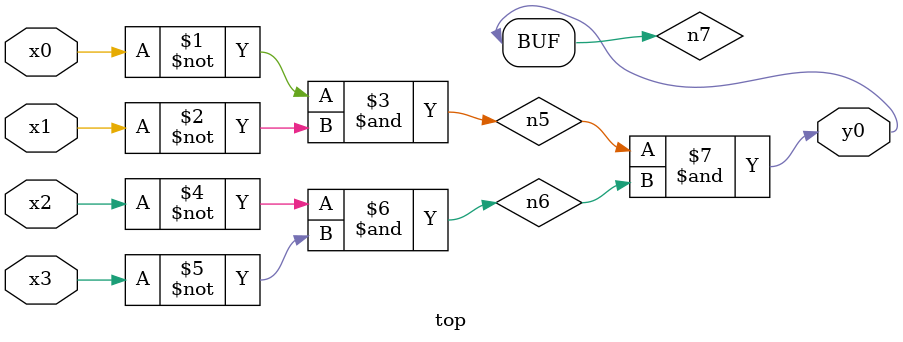
<source format=v>
module top( x0 , x1 , x2 , x3 , y0 );
  input x0 , x1 , x2 , x3 ;
  output y0 ;
  wire n5 , n6 , n7 ;
  assign n5 = ~x0 & ~x1 ;
  assign n6 = ~x2 & ~x3 ;
  assign n7 = n5 & n6 ;
  assign y0 = n7 ;
endmodule

</source>
